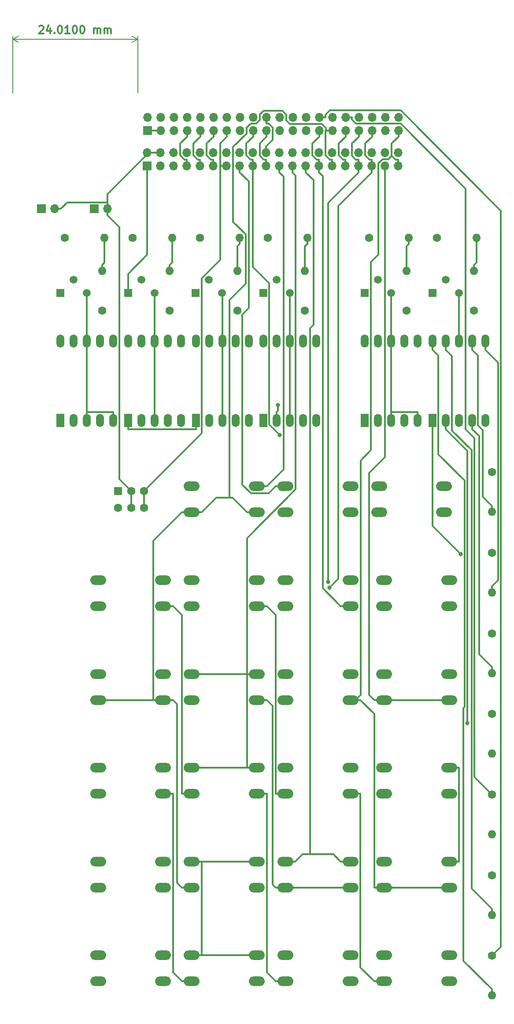
<source format=gbr>
%TF.GenerationSoftware,KiCad,Pcbnew,6.0.2+dfsg-1*%
%TF.CreationDate,2022-05-29T19:59:49-04:00*%
%TF.ProjectId,io-panel,696f2d70-616e-4656-9c2e-6b696361645f,B*%
%TF.SameCoordinates,Original*%
%TF.FileFunction,Copper,L1,Top*%
%TF.FilePolarity,Positive*%
%FSLAX46Y46*%
G04 Gerber Fmt 4.6, Leading zero omitted, Abs format (unit mm)*
G04 Created by KiCad (PCBNEW 6.0.2+dfsg-1) date 2022-05-29 19:59:49*
%MOMM*%
%LPD*%
G01*
G04 APERTURE LIST*
%ADD10C,0.300000*%
%TA.AperFunction,NonConductor*%
%ADD11C,0.300000*%
%TD*%
%TA.AperFunction,NonConductor*%
%ADD12C,0.200000*%
%TD*%
%TA.AperFunction,ComponentPad*%
%ADD13O,3.048000X1.850000*%
%TD*%
%TA.AperFunction,ComponentPad*%
%ADD14R,1.500000X1.500000*%
%TD*%
%TA.AperFunction,ComponentPad*%
%ADD15C,1.500000*%
%TD*%
%TA.AperFunction,ComponentPad*%
%ADD16C,1.600000*%
%TD*%
%TA.AperFunction,ComponentPad*%
%ADD17O,1.600000X1.600000*%
%TD*%
%TA.AperFunction,ComponentPad*%
%ADD18R,1.524000X2.524000*%
%TD*%
%TA.AperFunction,ComponentPad*%
%ADD19O,1.524000X2.524000*%
%TD*%
%TA.AperFunction,ComponentPad*%
%ADD20R,1.700000X1.700000*%
%TD*%
%TA.AperFunction,ComponentPad*%
%ADD21O,1.700000X1.700000*%
%TD*%
%TA.AperFunction,ComponentPad*%
%ADD22R,1.600000X1.600000*%
%TD*%
%TA.AperFunction,ViaPad*%
%ADD23C,0.800000*%
%TD*%
%TA.AperFunction,Conductor*%
%ADD24C,0.350000*%
%TD*%
G04 APERTURE END LIST*
D10*
D11*
X61062610Y-40719834D02*
X61133964Y-40648331D01*
X61276747Y-40576754D01*
X61633890Y-40576382D01*
X61776821Y-40647661D01*
X61848324Y-40719016D01*
X61919901Y-40861798D01*
X61920050Y-41004655D01*
X61848845Y-41219015D01*
X60992595Y-42077050D01*
X61921166Y-42076083D01*
X63205838Y-41074745D02*
X63206879Y-42074745D01*
X62848100Y-40503689D02*
X62492073Y-41575489D01*
X63420644Y-41574522D01*
X63992444Y-41931069D02*
X64063947Y-42002424D01*
X63992593Y-42073926D01*
X63921090Y-42002572D01*
X63992444Y-41931069D01*
X63992593Y-42073926D01*
X64991031Y-40572886D02*
X65133888Y-40572737D01*
X65276819Y-40644017D01*
X65348322Y-40715371D01*
X65419900Y-40858154D01*
X65491626Y-41143794D01*
X65491997Y-41500936D01*
X65420866Y-41786725D01*
X65349587Y-41929656D01*
X65278232Y-42001159D01*
X65135450Y-42072737D01*
X64992593Y-42072885D01*
X64849661Y-42001605D01*
X64778158Y-41930251D01*
X64706581Y-41787469D01*
X64634855Y-41501829D01*
X64634483Y-41144686D01*
X64705614Y-40858898D01*
X64776894Y-40715966D01*
X64848248Y-40644463D01*
X64991031Y-40572886D01*
X66921163Y-42070877D02*
X66064021Y-42071770D01*
X66492592Y-42071323D02*
X66491030Y-40571324D01*
X66348396Y-40785759D01*
X66205688Y-40928764D01*
X66062905Y-41000342D01*
X67848172Y-40569911D02*
X67991029Y-40569762D01*
X68133961Y-40641042D01*
X68205464Y-40712396D01*
X68277041Y-40855179D01*
X68348767Y-41140819D01*
X68349139Y-41497961D01*
X68278008Y-41783750D01*
X68206728Y-41926681D01*
X68135374Y-41998184D01*
X67992591Y-42069762D01*
X67849734Y-42069910D01*
X67706803Y-41998631D01*
X67635300Y-41927276D01*
X67563722Y-41784494D01*
X67491996Y-41498854D01*
X67491624Y-41141711D01*
X67562756Y-40855923D01*
X67634035Y-40712991D01*
X67705389Y-40641488D01*
X67848172Y-40569911D01*
X69276743Y-40568424D02*
X69419600Y-40568275D01*
X69562531Y-40639555D01*
X69634034Y-40710909D01*
X69705611Y-40853692D01*
X69777338Y-41139331D01*
X69777709Y-41496474D01*
X69706578Y-41782262D01*
X69635299Y-41925194D01*
X69563944Y-41996697D01*
X69421162Y-42068274D01*
X69278305Y-42068423D01*
X69135373Y-41997143D01*
X69063870Y-41925789D01*
X68992293Y-41783006D01*
X68920567Y-41497366D01*
X68920195Y-41140224D01*
X68991326Y-40854435D01*
X69062606Y-40711504D01*
X69133960Y-40640001D01*
X69276743Y-40568424D01*
X71564018Y-42066043D02*
X71562976Y-41066043D01*
X71563125Y-41208900D02*
X71634479Y-41137398D01*
X71777262Y-41065820D01*
X71991548Y-41065597D01*
X72134479Y-41136877D01*
X72206056Y-41279660D01*
X72206874Y-42065374D01*
X72206056Y-41279660D02*
X72277336Y-41136728D01*
X72420119Y-41065151D01*
X72634404Y-41064928D01*
X72777336Y-41136208D01*
X72848913Y-41278990D01*
X72849731Y-42064704D01*
X73564017Y-42063960D02*
X73562975Y-41063961D01*
X73563124Y-41206818D02*
X73634478Y-41135315D01*
X73777261Y-41063738D01*
X73991547Y-41063515D01*
X74134478Y-41134794D01*
X74206055Y-41277577D01*
X74206873Y-42063291D01*
X74206055Y-41277577D02*
X74277335Y-41134646D01*
X74420118Y-41063068D01*
X74634403Y-41062845D01*
X74777335Y-41134125D01*
X74848912Y-41276908D01*
X74849730Y-42062622D01*
D12*
X55999479Y-53500000D02*
X55988148Y-42617270D01*
X80009479Y-53475000D02*
X79998148Y-42592270D01*
X55988759Y-43203690D02*
X79998759Y-43178690D01*
X55988759Y-43203690D02*
X79998759Y-43178690D01*
X55988759Y-43203690D02*
X57115873Y-43788937D01*
X55988759Y-43203690D02*
X57114652Y-42616097D01*
X79998759Y-43178690D02*
X78871645Y-42593443D01*
X79998759Y-43178690D02*
X78872866Y-43766283D01*
D13*
%TO.P,SW13,1,1*%
%TO.N,KB_ROW_2*%
X90402500Y-147000000D03*
X102902500Y-147000000D03*
%TO.P,SW13,2,2*%
%TO.N,KB_COL_3*%
X102902500Y-152000000D03*
X90402500Y-152000000D03*
%TD*%
D14*
%TO.P,Q4,1,E*%
%TO.N,VCC*%
X104160000Y-91860000D03*
D15*
%TO.P,Q4,2,B*%
%TO.N,Net-(Q4-Pad2)*%
X106700000Y-89320000D03*
%TO.P,Q4,3,C*%
%TO.N,Net-(AFF4-Pad3)*%
X109240000Y-91860000D03*
%TD*%
D16*
%TO.P,R9,1*%
%TO.N,VCC*%
X73160000Y-95310000D03*
D17*
%TO.P,R9,2*%
%TO.N,Net-(Q1-Pad2)*%
X73160000Y-87690000D03*
%TD*%
D13*
%TO.P,SW8,1,1*%
%TO.N,KB_ROW_0*%
X120902500Y-219000000D03*
X108402500Y-219000000D03*
%TO.P,SW8,2,2*%
%TO.N,KB_COL_2*%
X120902500Y-224000000D03*
X108402500Y-224000000D03*
%TD*%
%TO.P,SW3,1,1*%
%TO.N,KB_ROW_2*%
X120902500Y-165000000D03*
X108402500Y-165000000D03*
%TO.P,SW3,2,2*%
%TO.N,KB_COL_0*%
X108402500Y-170000000D03*
X120902500Y-170000000D03*
%TD*%
%TO.P,SW7,1,1*%
%TO.N,ST_KEY*%
X108402500Y-129000000D03*
X120902500Y-129000000D03*
%TO.P,SW7,2,2*%
%TO.N,GND*%
X120902500Y-134000000D03*
X108402500Y-134000000D03*
%TD*%
%TO.P,SW4,1,1*%
%TO.N,KB_ROW_0*%
X102902500Y-219000000D03*
X90402500Y-219000000D03*
%TO.P,SW4,2,2*%
%TO.N,KB_COL_1*%
X102902500Y-224000000D03*
X90402500Y-224000000D03*
%TD*%
%TO.P,SW19,1,1*%
%TO.N,KB_ROW_1*%
X72402500Y-165000000D03*
X84902500Y-165000000D03*
%TO.P,SW19,2,2*%
%TO.N,KB_COL_5*%
X84902500Y-170000000D03*
X72402500Y-170000000D03*
%TD*%
D16*
%TO.P,R2,1*%
%TO.N,LED_SEG_1*%
X148082000Y-141763300D03*
D17*
%TO.P,R2,2*%
%TO.N,/S_B*%
X148082000Y-149383300D03*
%TD*%
D16*
%TO.P,R18,1*%
%TO.N,LED_DIG_9*%
X137490000Y-81280000D03*
D17*
%TO.P,R18,2*%
%TO.N,Net-(Q6-Pad2)*%
X145110000Y-81280000D03*
%TD*%
D16*
%TO.P,R16,1*%
%TO.N,LED_DIG_8*%
X124490000Y-81280000D03*
D17*
%TO.P,R16,2*%
%TO.N,Net-(Q5-Pad2)*%
X132110000Y-81280000D03*
%TD*%
D18*
%TO.P,AFF3,1,e*%
%TO.N,/S_E*%
X91170000Y-116396000D03*
D19*
%TO.P,AFF3,2,d*%
%TO.N,/S_D*%
X93710000Y-116396000D03*
%TO.P,AFF3,3,C.A.*%
%TO.N,Net-(AFF3-Pad3)*%
X96250000Y-116396000D03*
%TO.P,AFF3,4,c*%
%TO.N,/S_C*%
X98790000Y-116396000D03*
%TO.P,AFF3,5,DP*%
%TO.N,Net-(AFF3-Pad3)*%
X101330000Y-116396000D03*
%TO.P,AFF3,6,b*%
%TO.N,/S_B*%
X101330000Y-101156000D03*
%TO.P,AFF3,7,a*%
%TO.N,/S_A*%
X98790000Y-101156000D03*
%TO.P,AFF3,8,C.A.*%
%TO.N,Net-(AFF3-Pad3)*%
X96250000Y-101156000D03*
%TO.P,AFF3,9,f*%
%TO.N,/S_F*%
X93710000Y-101156000D03*
%TO.P,AFF3,10,g*%
%TO.N,/S_G*%
X91170000Y-101156000D03*
%TD*%
D16*
%TO.P,R4,1*%
%TO.N,LED_SEG_3*%
X148082000Y-172690000D03*
D17*
%TO.P,R4,2*%
%TO.N,/S_D*%
X148082000Y-180310000D03*
%TD*%
D16*
%TO.P,R10,1*%
%TO.N,LEG_DIG_5*%
X78990000Y-81280000D03*
D17*
%TO.P,R10,2*%
%TO.N,Net-(Q2-Pad2)*%
X86610000Y-81280000D03*
%TD*%
D14*
%TO.P,Q5,1,E*%
%TO.N,VCC*%
X123660000Y-91860000D03*
D15*
%TO.P,Q5,2,B*%
%TO.N,Net-(Q5-Pad2)*%
X126200000Y-89320000D03*
%TO.P,Q5,3,C*%
%TO.N,Net-(AFF5-Pad3)*%
X128740000Y-91860000D03*
%TD*%
D20*
%TO.P,J2,1,Pin_1*%
%TO.N,VCC*%
X81875000Y-60700000D03*
D21*
%TO.P,J2,2,Pin_2*%
%TO.N,GND*%
X81875000Y-58160000D03*
%TO.P,J2,3,Pin_3*%
%TO.N,VCC*%
X84415000Y-60700000D03*
%TO.P,J2,4,Pin_4*%
%TO.N,GND*%
X84415000Y-58160000D03*
%TO.P,J2,5,Pin_5*%
%TO.N,VCC*%
X86955000Y-60700000D03*
%TO.P,J2,6,Pin_6*%
%TO.N,GND*%
X86955000Y-58160000D03*
%TO.P,J2,7,Pin_7*%
%TO.N,SPARE1*%
X89495000Y-60700000D03*
%TO.P,J2,8,Pin_8*%
%TO.N,SPARE5*%
X89495000Y-58160000D03*
%TO.P,J2,9,Pin_9*%
%TO.N,SPARE2*%
X92035000Y-60700000D03*
%TO.P,J2,10,Pin_10*%
%TO.N,SPARE6*%
X92035000Y-58160000D03*
%TO.P,J2,11,Pin_11*%
%TO.N,SPARE3*%
X94575000Y-60700000D03*
%TO.P,J2,12,Pin_12*%
%TO.N,SPARE7*%
X94575000Y-58160000D03*
%TO.P,J2,13,Pin_13*%
%TO.N,SST_KEY*%
X97115000Y-60700000D03*
%TO.P,J2,14,Pin_14*%
%TO.N,EXP_RAM*%
X97115000Y-58160000D03*
%TO.P,J2,15,Pin_15*%
%TO.N,ST_KEY*%
X99655000Y-60700000D03*
%TO.P,J2,16,Pin_16*%
%TO.N,LED_DIG_4*%
X99655000Y-58160000D03*
%TO.P,J2,17,Pin_17*%
%TO.N,RS_KEY*%
X102195000Y-60700000D03*
%TO.P,J2,18,Pin_18*%
%TO.N,LEG_DIG_5*%
X102195000Y-58160000D03*
%TO.P,J2,19,Pin_19*%
%TO.N,ENABLE_TTY*%
X104735000Y-60700000D03*
%TO.P,J2,20,Pin_20*%
%TO.N,LED_DIG_6*%
X104735000Y-58160000D03*
%TO.P,J2,21,Pin_21*%
%TO.N,KB_ROW_2*%
X107275000Y-60700000D03*
%TO.P,J2,22,Pin_22*%
%TO.N,LED_DIG_7*%
X107275000Y-58160000D03*
%TO.P,J2,23,Pin_23*%
%TO.N,KB_ROW_1*%
X109815000Y-60700000D03*
%TO.P,J2,24,Pin_24*%
%TO.N,LED_DIG_8*%
X109815000Y-58160000D03*
%TO.P,J2,25,Pin_25*%
%TO.N,KB_ROW_0*%
X112355000Y-60700000D03*
%TO.P,J2,26,Pin_26*%
%TO.N,LED_DIG_9*%
X112355000Y-58160000D03*
%TO.P,J2,27,Pin_27*%
%TO.N,KB_COL_6*%
X114895000Y-60700000D03*
%TO.P,J2,28,Pin_28*%
%TO.N,LED_SEG_6*%
X114895000Y-58160000D03*
%TO.P,J2,29,Pin_29*%
%TO.N,KB_COL_5*%
X117435000Y-60700000D03*
%TO.P,J2,30,Pin_30*%
%TO.N,LED_SEG_5*%
X117435000Y-58160000D03*
%TO.P,J2,31,Pin_31*%
%TO.N,KB_COL_4*%
X119975000Y-60700000D03*
%TO.P,J2,32,Pin_32*%
%TO.N,LED_SEG_4*%
X119975000Y-58160000D03*
%TO.P,J2,33,Pin_33*%
%TO.N,KB_COL_3*%
X122515000Y-60700000D03*
%TO.P,J2,34,Pin_34*%
%TO.N,LED_SEG_3*%
X122515000Y-58160000D03*
%TO.P,J2,35,Pin_35*%
%TO.N,KB_COL_2*%
X125055000Y-60700000D03*
%TO.P,J2,36,Pin_36*%
%TO.N,LED_SEG_2*%
X125055000Y-58160000D03*
%TO.P,J2,37,Pin_37*%
%TO.N,KB_COL_1*%
X127595000Y-60700000D03*
%TO.P,J2,38,Pin_38*%
%TO.N,LED_SEG_1*%
X127595000Y-58160000D03*
%TO.P,J2,39,Pin_39*%
%TO.N,KB_COL_0*%
X130135000Y-60700000D03*
%TO.P,J2,40,Pin_40*%
%TO.N,LED_SEG_0*%
X130135000Y-58160000D03*
%TD*%
D13*
%TO.P,SW1,1,1*%
%TO.N,KB_ROW_0*%
X84902500Y-219000000D03*
X72402500Y-219000000D03*
%TO.P,SW1,2,2*%
%TO.N,KB_COL_0*%
X72402500Y-224000000D03*
X84902500Y-224000000D03*
%TD*%
D16*
%TO.P,R11,1*%
%TO.N,VCC*%
X86160000Y-95310000D03*
D17*
%TO.P,R11,2*%
%TO.N,Net-(Q2-Pad2)*%
X86160000Y-87690000D03*
%TD*%
D13*
%TO.P,SW25,1,1*%
%TO.N,KB_ROW_2*%
X120902500Y-147000000D03*
X108402500Y-147000000D03*
%TO.P,SW25,2,2*%
%TO.N,KB_COL_6*%
X120902500Y-152000000D03*
X108402500Y-152000000D03*
%TD*%
D20*
%TO.P,SW21,1,A*%
%TO.N,ENABLE_TTY*%
X61460000Y-75720000D03*
D21*
%TO.P,SW21,2,B*%
%TO.N,GND*%
X64000000Y-75720000D03*
%TD*%
D16*
%TO.P,R5,1*%
%TO.N,LED_SEG_4*%
X148082000Y-188153300D03*
D17*
%TO.P,R5,2*%
%TO.N,/S_E*%
X148082000Y-195773300D03*
%TD*%
D13*
%TO.P,SW23,1,1*%
%TO.N,KB_ROW_0*%
X120902500Y-201000000D03*
X108402500Y-201000000D03*
%TO.P,SW23,2,2*%
%TO.N,KB_COL_6*%
X120902500Y-206000000D03*
X108402500Y-206000000D03*
%TD*%
D14*
%TO.P,Q6,1,E*%
%TO.N,VCC*%
X136660000Y-91860000D03*
D15*
%TO.P,Q6,2,B*%
%TO.N,Net-(Q6-Pad2)*%
X139200000Y-89320000D03*
%TO.P,Q6,3,C*%
%TO.N,Net-(AFF6-Pad3)*%
X141740000Y-91860000D03*
%TD*%
D16*
%TO.P,R19,1*%
%TO.N,VCC*%
X144660000Y-95310000D03*
D17*
%TO.P,R19,2*%
%TO.N,Net-(Q6-Pad2)*%
X144660000Y-87690000D03*
%TD*%
D14*
%TO.P,Q2,1,E*%
%TO.N,VCC*%
X78160000Y-91860000D03*
D15*
%TO.P,Q2,2,B*%
%TO.N,Net-(Q2-Pad2)*%
X80700000Y-89320000D03*
%TO.P,Q2,3,C*%
%TO.N,Net-(AFF2-Pad3)*%
X83240000Y-91860000D03*
%TD*%
D13*
%TO.P,SW14,1,1*%
%TO.N,RS_KEY*%
X126402500Y-129000000D03*
X138902500Y-129000000D03*
%TO.P,SW14,2,2*%
%TO.N,GND*%
X138902500Y-134000000D03*
X126402500Y-134000000D03*
%TD*%
%TO.P,SW15,1,1*%
%TO.N,KB_ROW_0*%
X72402500Y-201000000D03*
X84902500Y-201000000D03*
%TO.P,SW15,2,2*%
%TO.N,KB_COL_4*%
X84902500Y-206000000D03*
X72402500Y-206000000D03*
%TD*%
D22*
%TO.P,SW201,1,A*%
%TO.N,unconnected-(SW201-Pad1)*%
X76235000Y-129900000D03*
D16*
%TO.P,SW201,2,B*%
%TO.N,GND*%
X78735000Y-129900000D03*
%TO.P,SW201,3,C*%
%TO.N,SST_KEY*%
X81235000Y-129900000D03*
%TO.P,SW201,4,A*%
%TO.N,unconnected-(SW201-Pad4)*%
X76235000Y-133100000D03*
%TO.P,SW201,5,B*%
%TO.N,GND*%
X78735000Y-133100000D03*
%TO.P,SW201,6,C*%
%TO.N,SST_KEY*%
X81235000Y-133100000D03*
%TD*%
D14*
%TO.P,Q3,1,E*%
%TO.N,VCC*%
X91160000Y-91860000D03*
D15*
%TO.P,Q3,2,B*%
%TO.N,Net-(Q3-Pad2)*%
X93700000Y-89320000D03*
%TO.P,Q3,3,C*%
%TO.N,Net-(AFF3-Pad3)*%
X96240000Y-91860000D03*
%TD*%
D20*
%TO.P,SW22,1,A*%
%TO.N,EXP_RAM*%
X71625000Y-75725000D03*
D21*
%TO.P,SW22,2,B*%
%TO.N,GND*%
X74165000Y-75725000D03*
%TD*%
D13*
%TO.P,SW12,1,1*%
%TO.N,KB_ROW_1*%
X120902500Y-183000000D03*
X108402500Y-183000000D03*
%TO.P,SW12,2,2*%
%TO.N,KB_COL_3*%
X108402500Y-188000000D03*
X120902500Y-188000000D03*
%TD*%
D18*
%TO.P,AFF5,1,e*%
%TO.N,/S_E*%
X123670000Y-116396000D03*
D19*
%TO.P,AFF5,2,d*%
%TO.N,/S_D*%
X126210000Y-116396000D03*
%TO.P,AFF5,3,C.A.*%
%TO.N,Net-(AFF5-Pad3)*%
X128750000Y-116396000D03*
%TO.P,AFF5,4,c*%
%TO.N,/S_C*%
X131290000Y-116396000D03*
%TO.P,AFF5,5,DP*%
%TO.N,Net-(AFF5-Pad3)*%
X133830000Y-116396000D03*
%TO.P,AFF5,6,b*%
%TO.N,/S_B*%
X133830000Y-101156000D03*
%TO.P,AFF5,7,a*%
%TO.N,/S_A*%
X131290000Y-101156000D03*
%TO.P,AFF5,8,C.A.*%
%TO.N,Net-(AFF5-Pad3)*%
X128750000Y-101156000D03*
%TO.P,AFF5,9,f*%
%TO.N,/S_F*%
X126210000Y-101156000D03*
%TO.P,AFF5,10,g*%
%TO.N,/S_G*%
X123670000Y-101156000D03*
%TD*%
D18*
%TO.P,AFF1,1,e*%
%TO.N,/S_E*%
X65170000Y-116396000D03*
D19*
%TO.P,AFF1,2,d*%
%TO.N,/S_D*%
X67710000Y-116396000D03*
%TO.P,AFF1,3,C.A.*%
%TO.N,Net-(AFF1-Pad3)*%
X70250000Y-116396000D03*
%TO.P,AFF1,4,c*%
%TO.N,/S_C*%
X72790000Y-116396000D03*
%TO.P,AFF1,5,DP*%
%TO.N,Net-(AFF1-Pad3)*%
X75330000Y-116396000D03*
%TO.P,AFF1,6,b*%
%TO.N,/S_B*%
X75330000Y-101156000D03*
%TO.P,AFF1,7,a*%
%TO.N,/S_A*%
X72790000Y-101156000D03*
%TO.P,AFF1,8,C.A.*%
%TO.N,Net-(AFF1-Pad3)*%
X70250000Y-101156000D03*
%TO.P,AFF1,9,f*%
%TO.N,/S_F*%
X67710000Y-101156000D03*
%TO.P,AFF1,10,g*%
%TO.N,/S_G*%
X65170000Y-101156000D03*
%TD*%
D13*
%TO.P,SW20,1,1*%
%TO.N,KB_ROW_2*%
X90402500Y-129000000D03*
X102902500Y-129000000D03*
%TO.P,SW20,2,2*%
%TO.N,KB_COL_5*%
X90402500Y-134000000D03*
X102902500Y-134000000D03*
%TD*%
D16*
%TO.P,R3,1*%
%TO.N,LED_SEG_2*%
X148082000Y-157226700D03*
D17*
%TO.P,R3,2*%
%TO.N,/S_C*%
X148082000Y-164846700D03*
%TD*%
D13*
%TO.P,SW24,1,1*%
%TO.N,KB_ROW_1*%
X102902500Y-165000000D03*
X90402500Y-165000000D03*
%TO.P,SW24,2,2*%
%TO.N,KB_COL_6*%
X102902500Y-170000000D03*
X90402500Y-170000000D03*
%TD*%
%TO.P,SW11,1,1*%
%TO.N,KB_ROW_0*%
X127397500Y-219000000D03*
X139897500Y-219000000D03*
%TO.P,SW11,2,2*%
%TO.N,KB_COL_3*%
X127397500Y-224000000D03*
X139897500Y-224000000D03*
%TD*%
D16*
%TO.P,R13,1*%
%TO.N,VCC*%
X99160000Y-95310000D03*
D17*
%TO.P,R13,2*%
%TO.N,Net-(Q3-Pad2)*%
X99160000Y-87690000D03*
%TD*%
D16*
%TO.P,R6,1*%
%TO.N,LED_SEG_5*%
X148082000Y-203616700D03*
D17*
%TO.P,R6,2*%
%TO.N,/S_F*%
X148082000Y-211236700D03*
%TD*%
D16*
%TO.P,R12,1*%
%TO.N,LED_DIG_6*%
X91990000Y-81280000D03*
D17*
%TO.P,R12,2*%
%TO.N,Net-(Q3-Pad2)*%
X99610000Y-81280000D03*
%TD*%
D16*
%TO.P,R8,1*%
%TO.N,LED_DIG_4*%
X65990000Y-81280000D03*
D17*
%TO.P,R8,2*%
%TO.N,Net-(Q1-Pad2)*%
X73610000Y-81280000D03*
%TD*%
D13*
%TO.P,SW6,1,1*%
%TO.N,KB_ROW_2*%
X127397500Y-165000000D03*
X139897500Y-165000000D03*
%TO.P,SW6,2,2*%
%TO.N,KB_COL_1*%
X139897500Y-170000000D03*
X127397500Y-170000000D03*
%TD*%
%TO.P,SW5,1,1*%
%TO.N,KB_ROW_1*%
X84902500Y-183000000D03*
X72402500Y-183000000D03*
%TO.P,SW5,2,2*%
%TO.N,KB_COL_1*%
X84902500Y-188000000D03*
X72402500Y-188000000D03*
%TD*%
%TO.P,SW16,1,1*%
%TO.N,KB_ROW_1*%
X127397500Y-183000000D03*
X139897500Y-183000000D03*
%TO.P,SW16,2,2*%
%TO.N,KB_COL_4*%
X139897500Y-188000000D03*
X127397500Y-188000000D03*
%TD*%
D20*
%TO.P,J1,1,Pin_1*%
%TO.N,VCC*%
X81855000Y-67530000D03*
D21*
%TO.P,J1,2,Pin_2*%
%TO.N,GND*%
X81855000Y-64990000D03*
%TO.P,J1,3,Pin_3*%
%TO.N,VCC*%
X84395000Y-67530000D03*
%TO.P,J1,4,Pin_4*%
%TO.N,GND*%
X84395000Y-64990000D03*
%TO.P,J1,5,Pin_5*%
%TO.N,VCC*%
X86935000Y-67530000D03*
%TO.P,J1,6,Pin_6*%
%TO.N,GND*%
X86935000Y-64990000D03*
%TO.P,J1,7,Pin_7*%
%TO.N,SPARE1*%
X89475000Y-67530000D03*
%TO.P,J1,8,Pin_8*%
%TO.N,SPARE5*%
X89475000Y-64990000D03*
%TO.P,J1,9,Pin_9*%
%TO.N,SPARE2*%
X92015000Y-67530000D03*
%TO.P,J1,10,Pin_10*%
%TO.N,SPARE6*%
X92015000Y-64990000D03*
%TO.P,J1,11,Pin_11*%
%TO.N,SPARE3*%
X94555000Y-67530000D03*
%TO.P,J1,12,Pin_12*%
%TO.N,SPARE7*%
X94555000Y-64990000D03*
%TO.P,J1,13,Pin_13*%
%TO.N,SST_KEY*%
X97095000Y-67530000D03*
%TO.P,J1,14,Pin_14*%
%TO.N,EXP_RAM*%
X97095000Y-64990000D03*
%TO.P,J1,15,Pin_15*%
%TO.N,ST_KEY*%
X99635000Y-67530000D03*
%TO.P,J1,16,Pin_16*%
%TO.N,LED_DIG_4*%
X99635000Y-64990000D03*
%TO.P,J1,17,Pin_17*%
%TO.N,RS_KEY*%
X102175000Y-67530000D03*
%TO.P,J1,18,Pin_18*%
%TO.N,LEG_DIG_5*%
X102175000Y-64990000D03*
%TO.P,J1,19,Pin_19*%
%TO.N,ENABLE_TTY*%
X104715000Y-67530000D03*
%TO.P,J1,20,Pin_20*%
%TO.N,LED_DIG_6*%
X104715000Y-64990000D03*
%TO.P,J1,21,Pin_21*%
%TO.N,KB_ROW_2*%
X107255000Y-67530000D03*
%TO.P,J1,22,Pin_22*%
%TO.N,LED_DIG_7*%
X107255000Y-64990000D03*
%TO.P,J1,23,Pin_23*%
%TO.N,KB_ROW_1*%
X109795000Y-67530000D03*
%TO.P,J1,24,Pin_24*%
%TO.N,LED_DIG_8*%
X109795000Y-64990000D03*
%TO.P,J1,25,Pin_25*%
%TO.N,KB_ROW_0*%
X112335000Y-67530000D03*
%TO.P,J1,26,Pin_26*%
%TO.N,LED_DIG_9*%
X112335000Y-64990000D03*
%TO.P,J1,27,Pin_27*%
%TO.N,KB_COL_6*%
X114875000Y-67530000D03*
%TO.P,J1,28,Pin_28*%
%TO.N,LED_SEG_6*%
X114875000Y-64990000D03*
%TO.P,J1,29,Pin_29*%
%TO.N,KB_COL_5*%
X117415000Y-67530000D03*
%TO.P,J1,30,Pin_30*%
%TO.N,LED_SEG_5*%
X117415000Y-64990000D03*
%TO.P,J1,31,Pin_31*%
%TO.N,KB_COL_4*%
X119955000Y-67530000D03*
%TO.P,J1,32,Pin_32*%
%TO.N,LED_SEG_4*%
X119955000Y-64990000D03*
%TO.P,J1,33,Pin_33*%
%TO.N,KB_COL_3*%
X122495000Y-67530000D03*
%TO.P,J1,34,Pin_34*%
%TO.N,LED_SEG_3*%
X122495000Y-64990000D03*
%TO.P,J1,35,Pin_35*%
%TO.N,KB_COL_2*%
X125035000Y-67530000D03*
%TO.P,J1,36,Pin_36*%
%TO.N,LED_SEG_2*%
X125035000Y-64990000D03*
%TO.P,J1,37,Pin_37*%
%TO.N,KB_COL_1*%
X127575000Y-67530000D03*
%TO.P,J1,38,Pin_38*%
%TO.N,LED_SEG_1*%
X127575000Y-64990000D03*
%TO.P,J1,39,Pin_39*%
%TO.N,KB_COL_0*%
X130115000Y-67530000D03*
%TO.P,J1,40,Pin_40*%
%TO.N,LED_SEG_0*%
X130115000Y-64990000D03*
%TD*%
D14*
%TO.P,Q1,1,E*%
%TO.N,VCC*%
X65160000Y-91860000D03*
D15*
%TO.P,Q1,2,B*%
%TO.N,Net-(Q1-Pad2)*%
X67700000Y-89320000D03*
%TO.P,Q1,3,C*%
%TO.N,Net-(AFF1-Pad3)*%
X70240000Y-91860000D03*
%TD*%
D13*
%TO.P,SW18,1,1*%
%TO.N,KB_ROW_0*%
X90402500Y-201000000D03*
X102902500Y-201000000D03*
%TO.P,SW18,2,2*%
%TO.N,KB_COL_5*%
X102902500Y-206000000D03*
X90402500Y-206000000D03*
%TD*%
D16*
%TO.P,R7,1*%
%TO.N,LED_SEG_6*%
X148082000Y-219080000D03*
D17*
%TO.P,R7,2*%
%TO.N,/S_G*%
X148082000Y-226700000D03*
%TD*%
D18*
%TO.P,AFF2,1,e*%
%TO.N,/S_E*%
X78170000Y-116396000D03*
D19*
%TO.P,AFF2,2,d*%
%TO.N,/S_D*%
X80710000Y-116396000D03*
%TO.P,AFF2,3,C.A.*%
%TO.N,Net-(AFF2-Pad3)*%
X83250000Y-116396000D03*
%TO.P,AFF2,4,c*%
%TO.N,/S_C*%
X85790000Y-116396000D03*
%TO.P,AFF2,5,DP*%
%TO.N,Net-(AFF2-Pad3)*%
X88330000Y-116396000D03*
%TO.P,AFF2,6,b*%
%TO.N,/S_B*%
X88330000Y-101156000D03*
%TO.P,AFF2,7,a*%
%TO.N,/S_A*%
X85790000Y-101156000D03*
%TO.P,AFF2,8,C.A.*%
%TO.N,Net-(AFF2-Pad3)*%
X83250000Y-101156000D03*
%TO.P,AFF2,9,f*%
%TO.N,/S_F*%
X80710000Y-101156000D03*
%TO.P,AFF2,10,g*%
%TO.N,/S_G*%
X78170000Y-101156000D03*
%TD*%
D16*
%TO.P,R17,1*%
%TO.N,VCC*%
X131660000Y-95310000D03*
D17*
%TO.P,R17,2*%
%TO.N,Net-(Q5-Pad2)*%
X131660000Y-87690000D03*
%TD*%
D13*
%TO.P,SW17,1,1*%
%TO.N,KB_ROW_2*%
X139897500Y-147000000D03*
X127397500Y-147000000D03*
%TO.P,SW17,2,2*%
%TO.N,KB_COL_4*%
X127397500Y-152000000D03*
X139897500Y-152000000D03*
%TD*%
%TO.P,SW10,1,1*%
%TO.N,KB_ROW_2*%
X72402500Y-147000000D03*
X84902500Y-147000000D03*
%TO.P,SW10,2,2*%
%TO.N,KB_COL_2*%
X72402500Y-152000000D03*
X84902500Y-152000000D03*
%TD*%
D16*
%TO.P,R1,1*%
%TO.N,LED_SEG_0*%
X148082000Y-126300000D03*
D17*
%TO.P,R1,2*%
%TO.N,/S_A*%
X148082000Y-133920000D03*
%TD*%
D13*
%TO.P,SW9,1,1*%
%TO.N,KB_ROW_1*%
X102902500Y-183000000D03*
X90402500Y-183000000D03*
%TO.P,SW9,2,2*%
%TO.N,KB_COL_2*%
X102902500Y-188000000D03*
X90402500Y-188000000D03*
%TD*%
D18*
%TO.P,AFF4,1,e*%
%TO.N,/S_E*%
X104170000Y-116396000D03*
D19*
%TO.P,AFF4,2,d*%
%TO.N,/S_D*%
X106710000Y-116396000D03*
%TO.P,AFF4,3,C.A.*%
%TO.N,Net-(AFF4-Pad3)*%
X109250000Y-116396000D03*
%TO.P,AFF4,4,c*%
%TO.N,/S_C*%
X111790000Y-116396000D03*
%TO.P,AFF4,5,DP*%
%TO.N,Net-(AFF4-Pad3)*%
X114330000Y-116396000D03*
%TO.P,AFF4,6,b*%
%TO.N,/S_B*%
X114330000Y-101156000D03*
%TO.P,AFF4,7,a*%
%TO.N,/S_A*%
X111790000Y-101156000D03*
%TO.P,AFF4,8,C.A.*%
%TO.N,Net-(AFF4-Pad3)*%
X109250000Y-101156000D03*
%TO.P,AFF4,9,f*%
%TO.N,/S_F*%
X106710000Y-101156000D03*
%TO.P,AFF4,10,g*%
%TO.N,/S_G*%
X104170000Y-101156000D03*
%TD*%
D16*
%TO.P,R15,1*%
%TO.N,VCC*%
X112160000Y-95310000D03*
D17*
%TO.P,R15,2*%
%TO.N,Net-(Q4-Pad2)*%
X112160000Y-87690000D03*
%TD*%
D16*
%TO.P,R14,1*%
%TO.N,LED_DIG_7*%
X104990000Y-81280000D03*
D17*
%TO.P,R14,2*%
%TO.N,Net-(Q4-Pad2)*%
X112610000Y-81280000D03*
%TD*%
D13*
%TO.P,SW2,1,1*%
%TO.N,KB_ROW_1*%
X139897500Y-201000000D03*
X127397500Y-201000000D03*
%TO.P,SW2,2,2*%
%TO.N,KB_COL_0*%
X127397500Y-206000000D03*
X139897500Y-206000000D03*
%TD*%
D18*
%TO.P,AFF6,1,e*%
%TO.N,/S_E*%
X136670000Y-116396000D03*
D19*
%TO.P,AFF6,2,d*%
%TO.N,/S_D*%
X139210000Y-116396000D03*
%TO.P,AFF6,3,C.A.*%
%TO.N,Net-(AFF6-Pad3)*%
X141750000Y-116396000D03*
%TO.P,AFF6,4,c*%
%TO.N,/S_C*%
X144290000Y-116396000D03*
%TO.P,AFF6,5,DP*%
%TO.N,Net-(AFF6-Pad3)*%
X146830000Y-116396000D03*
%TO.P,AFF6,6,b*%
%TO.N,/S_B*%
X146830000Y-101156000D03*
%TO.P,AFF6,7,a*%
%TO.N,/S_A*%
X144290000Y-101156000D03*
%TO.P,AFF6,8,C.A.*%
%TO.N,Net-(AFF6-Pad3)*%
X141750000Y-101156000D03*
%TO.P,AFF6,9,f*%
%TO.N,/S_F*%
X139210000Y-101156000D03*
%TO.P,AFF6,10,g*%
%TO.N,/S_G*%
X136670000Y-101156000D03*
%TD*%
D23*
%TO.N,RS_KEY*%
X107267800Y-119108300D03*
%TO.N,KB_COL_3*%
X116641100Y-147322700D03*
%TO.N,KB_COL_2*%
X116874500Y-148426500D03*
%TO.N,/S_D*%
X143408000Y-174460700D03*
X106936000Y-113414200D03*
%TO.N,/S_E*%
X142082400Y-142041100D03*
%TD*%
D24*
%TO.N,GND*%
X78735000Y-133100000D02*
X78735000Y-129900000D01*
X76467400Y-127632400D02*
X78735000Y-129900000D01*
X76467400Y-79252700D02*
X76467400Y-127632400D01*
X74165000Y-76950300D02*
X76467400Y-79252700D01*
X74165000Y-75725000D02*
X74165000Y-76950300D01*
X84395000Y-64990000D02*
X83052600Y-64990000D01*
X83052600Y-64990000D02*
X81855000Y-64990000D01*
X64000000Y-75720000D02*
X65225300Y-75720000D01*
X66448100Y-74497200D02*
X65225300Y-75720000D01*
X74165000Y-74497200D02*
X66448100Y-74497200D01*
X74165000Y-72938500D02*
X74165000Y-74497200D01*
X82113500Y-64990000D02*
X74165000Y-72938500D01*
X83052600Y-64990000D02*
X82113500Y-64990000D01*
X74165000Y-74497200D02*
X74165000Y-75725000D01*
%TO.N,SST_KEY*%
X81235000Y-129900000D02*
X81235000Y-133100000D01*
X97115000Y-60700000D02*
X97115000Y-61925300D01*
X97095000Y-67530000D02*
X95869700Y-67530000D01*
X95869700Y-85558900D02*
X95869700Y-67530000D01*
X92307400Y-89121200D02*
X95869700Y-85558900D01*
X92307400Y-118827600D02*
X92307400Y-89121200D01*
X81235000Y-129900000D02*
X92307400Y-118827600D01*
X95869700Y-63170600D02*
X97115000Y-61925300D01*
X95869700Y-67530000D02*
X95869700Y-63170600D01*
%TO.N,SPARE3*%
X93285000Y-63215300D02*
X94575000Y-61925300D01*
X93285000Y-65494200D02*
X93285000Y-63215300D01*
X94095500Y-66304700D02*
X93285000Y-65494200D01*
X94555000Y-66304700D02*
X94095500Y-66304700D01*
X94555000Y-67530000D02*
X94555000Y-66304700D01*
X94575000Y-60700000D02*
X94575000Y-61925300D01*
%TO.N,Net-(AFF6-Pad3)*%
X141740000Y-99508700D02*
X141740000Y-91860000D01*
X141750000Y-99518700D02*
X141740000Y-99508700D01*
X141750000Y-101156000D02*
X141750000Y-99518700D01*
%TO.N,Net-(Q6-Pad2)*%
X145110000Y-86064700D02*
X145110000Y-81280000D01*
X144660000Y-86514700D02*
X145110000Y-86064700D01*
X144660000Y-87690000D02*
X144660000Y-86514700D01*
%TO.N,Net-(Q5-Pad2)*%
X131660000Y-82905300D02*
X132110000Y-82455300D01*
X131660000Y-87690000D02*
X131660000Y-82905300D01*
X132110000Y-81280000D02*
X132110000Y-82455300D01*
%TO.N,Net-(Q4-Pad2)*%
X112160000Y-82905300D02*
X112160000Y-87690000D01*
X112610000Y-82455300D02*
X112160000Y-82905300D01*
X112610000Y-81280000D02*
X112610000Y-82455300D01*
%TO.N,Net-(Q3-Pad2)*%
X99160000Y-82905300D02*
X99160000Y-87690000D01*
X99610000Y-82455300D02*
X99160000Y-82905300D01*
X99610000Y-81280000D02*
X99610000Y-82455300D01*
%TO.N,Net-(Q2-Pad2)*%
X86610000Y-86064700D02*
X86610000Y-81280000D01*
X86160000Y-86514700D02*
X86610000Y-86064700D01*
X86160000Y-87690000D02*
X86160000Y-86514700D01*
%TO.N,Net-(Q1-Pad2)*%
X73610000Y-86064700D02*
X73610000Y-81280000D01*
X73160000Y-86514700D02*
X73610000Y-86064700D01*
X73160000Y-87690000D02*
X73160000Y-86514700D01*
%TO.N,VCC*%
X84415000Y-60700000D02*
X81875000Y-60700000D01*
X78160000Y-88254600D02*
X78160000Y-91860000D01*
X81855000Y-84559600D02*
X78160000Y-88254600D01*
X81855000Y-68755300D02*
X81855000Y-84559600D01*
X81855000Y-67530000D02*
X81855000Y-68755300D01*
%TO.N,Net-(AFF5-Pad3)*%
X128740000Y-99508700D02*
X128740000Y-91860000D01*
X128750000Y-99518700D02*
X128740000Y-99508700D01*
X128750000Y-101156000D02*
X128750000Y-99518700D01*
X133830000Y-116396000D02*
X133830000Y-114758700D01*
X128750000Y-114758700D02*
X133830000Y-114758700D01*
X128750000Y-116396000D02*
X128750000Y-114758700D01*
X128750000Y-114758700D02*
X128750000Y-101156000D01*
%TO.N,Net-(AFF4-Pad3)*%
X109240000Y-99508700D02*
X109240000Y-91860000D01*
X109250000Y-99518700D02*
X109240000Y-99508700D01*
X109250000Y-101156000D02*
X109250000Y-99518700D01*
X109250000Y-116396000D02*
X109250000Y-101156000D01*
%TO.N,Net-(AFF3-Pad3)*%
X96250000Y-91870000D02*
X96250000Y-101156000D01*
X96240000Y-91860000D02*
X96250000Y-91870000D01*
X96250000Y-101156000D02*
X96250000Y-116396000D01*
%TO.N,Net-(AFF2-Pad3)*%
X83240000Y-99508700D02*
X83240000Y-91860000D01*
X83250000Y-99518700D02*
X83240000Y-99508700D01*
X83250000Y-101156000D02*
X83250000Y-99518700D01*
X83250000Y-116396000D02*
X83250000Y-101156000D01*
%TO.N,Net-(AFF1-Pad3)*%
X70250000Y-91870000D02*
X70250000Y-101156000D01*
X70240000Y-91860000D02*
X70250000Y-91870000D01*
X75330000Y-116396000D02*
X75330000Y-114758700D01*
X70250000Y-114758700D02*
X75330000Y-114758700D01*
X70250000Y-101156000D02*
X70250000Y-114758700D01*
X70250000Y-114758700D02*
X70250000Y-116396000D01*
%TO.N,LED_DIG_6*%
X105977400Y-62502300D02*
X104715000Y-63764700D01*
X105977400Y-60168200D02*
X105977400Y-62502300D01*
X105194500Y-59385300D02*
X105977400Y-60168200D01*
X104735000Y-59385300D02*
X105194500Y-59385300D01*
X104735000Y-58160000D02*
X104735000Y-59385300D01*
X104715000Y-64990000D02*
X104715000Y-63764700D01*
%TO.N,RS_KEY*%
X102195000Y-60700000D02*
X102195000Y-61925300D01*
X100905000Y-63215300D02*
X102195000Y-61925300D01*
X100905000Y-65494200D02*
X100905000Y-63215300D01*
X101715500Y-66304700D02*
X100905000Y-65494200D01*
X102175000Y-66304700D02*
X101715500Y-66304700D01*
X102175000Y-67530000D02*
X102175000Y-66304700D01*
X102175000Y-86852200D02*
X102175000Y-67530000D01*
X105307400Y-89984600D02*
X102175000Y-86852200D01*
X105307400Y-117147900D02*
X105307400Y-89984600D01*
X107267800Y-119108300D02*
X105307400Y-117147900D01*
%TO.N,ST_KEY*%
X99635000Y-67530000D02*
X99635000Y-68755300D01*
X108402500Y-129000000D02*
X106503200Y-129000000D01*
X101339400Y-70459700D02*
X99635000Y-68755300D01*
X101339400Y-94792900D02*
X101339400Y-70459700D01*
X100136500Y-95995800D02*
X101339400Y-94792900D01*
X100136500Y-128704500D02*
X100136500Y-95995800D01*
X101761500Y-130329500D02*
X100136500Y-128704500D01*
X105173700Y-130329500D02*
X101761500Y-130329500D01*
X106503200Y-129000000D02*
X105173700Y-130329500D01*
%TO.N,KB_COL_6*%
X113605000Y-63215300D02*
X114895000Y-61925300D01*
X113605000Y-65494200D02*
X113605000Y-63215300D01*
X114415500Y-66304700D02*
X113605000Y-65494200D01*
X114875000Y-66304700D02*
X114415500Y-66304700D01*
X114895000Y-60700000D02*
X114895000Y-61925300D01*
X114875000Y-66917300D02*
X114875000Y-66304700D01*
X102902500Y-170000000D02*
X104801800Y-170000000D01*
X120902500Y-206000000D02*
X119003200Y-206000000D01*
X105902500Y-205399300D02*
X106503200Y-206000000D01*
X105902500Y-171100700D02*
X105902500Y-205399300D01*
X104801800Y-170000000D02*
X105902500Y-171100700D01*
X108402500Y-206000000D02*
X119003200Y-206000000D01*
X108402500Y-206000000D02*
X106503200Y-206000000D01*
X114875000Y-66917300D02*
X114875000Y-67530000D01*
X115554800Y-148551600D02*
X119003200Y-152000000D01*
X115554800Y-69435100D02*
X115554800Y-148551600D01*
X114875000Y-68755300D02*
X115554800Y-69435100D01*
X114875000Y-67530000D02*
X114875000Y-68755300D01*
X120902500Y-152000000D02*
X119003200Y-152000000D01*
%TO.N,KB_COL_5*%
X91352200Y-134000000D02*
X92301800Y-134000000D01*
X102902500Y-134000000D02*
X101003200Y-134000000D01*
X90402500Y-134000000D02*
X91352200Y-134000000D01*
X117435000Y-60700000D02*
X116209700Y-60700000D01*
X116209700Y-60192200D02*
X116209700Y-60700000D01*
X115447500Y-59430000D02*
X116209700Y-60192200D01*
X109248600Y-59430000D02*
X115447500Y-59430000D01*
X108589600Y-58771000D02*
X109248600Y-59430000D01*
X108589600Y-57672600D02*
X108589600Y-58771000D01*
X107796500Y-56879500D02*
X108589600Y-57672600D01*
X104209600Y-56879500D02*
X107796500Y-56879500D01*
X103465000Y-57624100D02*
X104209600Y-56879500D01*
X103465000Y-58712100D02*
X103465000Y-57624100D01*
X102791700Y-59385400D02*
X103465000Y-58712100D01*
X101761400Y-59385400D02*
X102791700Y-59385400D01*
X100969600Y-60177200D02*
X101761400Y-59385400D01*
X100969600Y-61285600D02*
X100969600Y-60177200D01*
X98365000Y-63890200D02*
X100969600Y-61285600D01*
X98365000Y-78230900D02*
X98365000Y-63890200D01*
X100789100Y-80655000D02*
X98365000Y-78230900D01*
X100789100Y-90073800D02*
X100789100Y-80655000D01*
X97606000Y-93256900D02*
X100789100Y-90073800D01*
X97606000Y-131204500D02*
X97606000Y-93256900D01*
X98207700Y-131204500D02*
X97606000Y-131204500D01*
X101003200Y-134000000D02*
X98207700Y-131204500D01*
X95097300Y-131204500D02*
X92301800Y-134000000D01*
X97606000Y-131204500D02*
X95097300Y-131204500D01*
X116145000Y-60764700D02*
X116209700Y-60700000D01*
X116145000Y-65494200D02*
X116145000Y-60764700D01*
X116955500Y-66304700D02*
X116145000Y-65494200D01*
X117415000Y-66304700D02*
X116955500Y-66304700D01*
X117415000Y-67530000D02*
X117415000Y-66304700D01*
X83003200Y-139500000D02*
X88503200Y-134000000D01*
X83003200Y-170000000D02*
X83003200Y-139500000D01*
X90402500Y-134000000D02*
X88503200Y-134000000D01*
X87572000Y-170770200D02*
X86801800Y-170000000D01*
X87572000Y-205068800D02*
X87572000Y-170770200D01*
X88503200Y-206000000D02*
X87572000Y-205068800D01*
X90402500Y-206000000D02*
X88503200Y-206000000D01*
X84902500Y-170000000D02*
X86801800Y-170000000D01*
X84902500Y-170000000D02*
X83952900Y-170000000D01*
X83952900Y-170000000D02*
X83003200Y-170000000D01*
X83003200Y-170000000D02*
X72402500Y-170000000D01*
%TO.N,KB_COL_4*%
X118685000Y-63215300D02*
X119975000Y-61925300D01*
X118685000Y-65494200D02*
X118685000Y-63215300D01*
X119495500Y-66304700D02*
X118685000Y-65494200D01*
X119955000Y-66304700D02*
X119495500Y-66304700D01*
X119955000Y-67530000D02*
X119955000Y-66304700D01*
X119975000Y-60700000D02*
X119975000Y-61925300D01*
%TO.N,KB_COL_3*%
X122515000Y-60700000D02*
X122515000Y-61925300D01*
X127397500Y-224000000D02*
X125498200Y-224000000D01*
X120902500Y-188000000D02*
X122801800Y-188000000D01*
X106503200Y-153701400D02*
X104801800Y-152000000D01*
X106503200Y-188000000D02*
X106503200Y-153701400D01*
X108402500Y-188000000D02*
X106503200Y-188000000D01*
X102902500Y-152000000D02*
X104801800Y-152000000D01*
X122801800Y-221303600D02*
X125498200Y-224000000D01*
X122801800Y-188000000D02*
X122801800Y-221303600D01*
X121987200Y-66304700D02*
X122495000Y-66304700D01*
X121225000Y-65542500D02*
X121987200Y-66304700D01*
X121225000Y-63215300D02*
X121225000Y-65542500D01*
X122515000Y-61925300D02*
X121225000Y-63215300D01*
X122495000Y-66931800D02*
X122495000Y-66304700D01*
X122495000Y-66931800D02*
X122495000Y-67530000D01*
X122495000Y-67530000D02*
X122495000Y-68755300D01*
X116641100Y-74609200D02*
X116641100Y-147322700D01*
X122495000Y-68755300D02*
X116641100Y-74609200D01*
%TO.N,KB_COL_2*%
X102902500Y-188000000D02*
X104801800Y-188000000D01*
X108402500Y-224000000D02*
X106503200Y-224000000D01*
X125035000Y-67530000D02*
X125035000Y-66304700D01*
X125055000Y-60700000D02*
X125055000Y-61925300D01*
X104801800Y-222298600D02*
X104801800Y-188000000D01*
X106503200Y-224000000D02*
X104801800Y-222298600D01*
X123765000Y-63215300D02*
X125055000Y-61925300D01*
X123765000Y-65494200D02*
X123765000Y-63215300D01*
X124575500Y-66304700D02*
X123765000Y-65494200D01*
X125035000Y-66304700D02*
X124575500Y-66304700D01*
X88503200Y-153701400D02*
X86801800Y-152000000D01*
X88503200Y-188000000D02*
X88503200Y-153701400D01*
X90402500Y-188000000D02*
X88503200Y-188000000D01*
X84902500Y-152000000D02*
X86801800Y-152000000D01*
X118557900Y-75232400D02*
X125035000Y-68755300D01*
X118557900Y-146743100D02*
X118557900Y-75232400D01*
X116874500Y-148426500D02*
X118557900Y-146743100D01*
X125035000Y-67530000D02*
X125035000Y-68755300D01*
%TO.N,KB_COL_1*%
X86801800Y-222298600D02*
X88503200Y-224000000D01*
X86801800Y-188000000D02*
X86801800Y-222298600D01*
X84902500Y-188000000D02*
X86801800Y-188000000D01*
X90402500Y-224000000D02*
X88503200Y-224000000D01*
X127397500Y-170000000D02*
X139897500Y-170000000D01*
X124494100Y-168995900D02*
X125498200Y-170000000D01*
X124494100Y-126457900D02*
X124494100Y-168995900D01*
X127575000Y-123377000D02*
X124494100Y-126457900D01*
X127575000Y-67530000D02*
X127575000Y-123377000D01*
X127397500Y-170000000D02*
X125498200Y-170000000D01*
%TO.N,KB_COL_0*%
X130135000Y-60700000D02*
X130135000Y-61925300D01*
X125498200Y-172696400D02*
X122801800Y-170000000D01*
X125498200Y-206000000D02*
X125498200Y-172696400D01*
X127397500Y-206000000D02*
X125498200Y-206000000D01*
X130115000Y-67530000D02*
X130115000Y-66304700D01*
X139897500Y-206000000D02*
X127397500Y-206000000D01*
X120902500Y-170000000D02*
X121852200Y-170000000D01*
X121852200Y-170000000D02*
X122801800Y-170000000D01*
X128172100Y-66215400D02*
X128845000Y-65542500D01*
X127124900Y-66215400D02*
X128172100Y-66215400D01*
X126305000Y-67035300D02*
X127124900Y-66215400D01*
X126305000Y-84479100D02*
X126305000Y-67035300D01*
X124863500Y-85920600D02*
X126305000Y-84479100D01*
X124863500Y-121997100D02*
X124863500Y-85920600D01*
X122834100Y-124026500D02*
X124863500Y-121997100D01*
X122834100Y-169018100D02*
X122834100Y-124026500D01*
X121852200Y-170000000D02*
X122834100Y-169018100D01*
X128845000Y-63215300D02*
X128845000Y-65542500D01*
X130135000Y-61925300D02*
X128845000Y-63215300D01*
X129607200Y-66304700D02*
X130115000Y-66304700D01*
X128845000Y-65542500D02*
X129607200Y-66304700D01*
%TO.N,KB_ROW_1*%
X110387300Y-69347600D02*
X109795000Y-68755300D01*
X110387300Y-129551500D02*
X110387300Y-69347600D01*
X101003200Y-138935600D02*
X110387300Y-129551500D01*
X101003200Y-165000000D02*
X101003200Y-138935600D01*
X102902500Y-165000000D02*
X101003200Y-165000000D01*
X109795000Y-67530000D02*
X109795000Y-68755300D01*
X102902500Y-183000000D02*
X101003200Y-183000000D01*
X101003200Y-183000000D02*
X90402500Y-183000000D01*
X101003200Y-183000000D02*
X101003200Y-165000000D01*
X90402500Y-165000000D02*
X92301800Y-165000000D01*
X101003200Y-165000000D02*
X92301800Y-165000000D01*
X141796800Y-201000000D02*
X141796800Y-183000000D01*
X139897500Y-201000000D02*
X141796800Y-201000000D01*
X139897500Y-183000000D02*
X141796800Y-183000000D01*
%TO.N,KB_ROW_2*%
X108046200Y-69546500D02*
X107255000Y-68755300D01*
X108046200Y-125755600D02*
X108046200Y-69546500D01*
X104801800Y-129000000D02*
X108046200Y-125755600D01*
X102902500Y-129000000D02*
X104801800Y-129000000D01*
X107255000Y-67530000D02*
X107255000Y-68755300D01*
%TO.N,KB_ROW_0*%
X108402500Y-201000000D02*
X110301800Y-201000000D01*
X112335000Y-67530000D02*
X112335000Y-68755300D01*
X90402500Y-201000000D02*
X92301800Y-201000000D01*
X102902500Y-201000000D02*
X92301800Y-201000000D01*
X90402500Y-219000000D02*
X92301800Y-219000000D01*
X120902500Y-201000000D02*
X119003200Y-201000000D01*
X113818300Y-70238600D02*
X112335000Y-68755300D01*
X113818300Y-97969100D02*
X113818300Y-70238600D01*
X113154800Y-98632600D02*
X113818300Y-97969100D01*
X113154800Y-199620900D02*
X113154800Y-98632600D01*
X111680900Y-199620900D02*
X113154800Y-199620900D01*
X110301800Y-201000000D02*
X111680900Y-199620900D01*
X117624100Y-199620900D02*
X119003200Y-201000000D01*
X113154800Y-199620900D02*
X117624100Y-199620900D01*
X92301800Y-201000000D02*
X92301800Y-219000000D01*
X102902500Y-219000000D02*
X101003200Y-219000000D01*
X92301800Y-219000000D02*
X101003200Y-219000000D01*
%TO.N,LED_SEG_6*%
X116120300Y-57652200D02*
X116120300Y-58160000D01*
X116914600Y-56857900D02*
X116120300Y-57652200D01*
X130566100Y-56857900D02*
X116914600Y-56857900D01*
X149838600Y-76130400D02*
X130566100Y-56857900D01*
X149838600Y-217323400D02*
X149838600Y-76130400D01*
X148082000Y-219080000D02*
X149838600Y-217323400D01*
X114895000Y-58160000D02*
X116120300Y-58160000D01*
%TO.N,LED_SEG_4*%
X144733800Y-184805100D02*
X148082000Y-188153300D01*
X144733800Y-119706200D02*
X144733800Y-184805100D01*
X143061000Y-118033400D02*
X144733800Y-119706200D01*
X143061000Y-71893100D02*
X143061000Y-118033400D01*
X130553200Y-59385300D02*
X143061000Y-71893100D01*
X121966000Y-59385300D02*
X130553200Y-59385300D01*
X121200300Y-58619600D02*
X121966000Y-59385300D01*
X121200300Y-58160000D02*
X121200300Y-58619600D01*
X119975000Y-58160000D02*
X121200300Y-58160000D01*
%TO.N,SPARE2*%
X90745000Y-63215300D02*
X92035000Y-61925300D01*
X90745000Y-65494200D02*
X90745000Y-63215300D01*
X91555500Y-66304700D02*
X90745000Y-65494200D01*
X92015000Y-66304700D02*
X91555500Y-66304700D01*
X92015000Y-67530000D02*
X92015000Y-66304700D01*
X92035000Y-60700000D02*
X92035000Y-61925300D01*
%TO.N,SPARE1*%
X88205000Y-63215300D02*
X89495000Y-61925300D01*
X88205000Y-65494200D02*
X88205000Y-63215300D01*
X89015500Y-66304700D02*
X88205000Y-65494200D01*
X89475000Y-66304700D02*
X89015500Y-66304700D01*
X89475000Y-67530000D02*
X89475000Y-66304700D01*
X89495000Y-60700000D02*
X89495000Y-61925300D01*
%TO.N,/S_G*%
X142630100Y-220072800D02*
X148082000Y-225524700D01*
X142630100Y-171528000D02*
X142630100Y-220072800D01*
X142857700Y-171300400D02*
X142630100Y-171528000D01*
X142857700Y-127886100D02*
X142857700Y-171300400D01*
X137807400Y-122835800D02*
X142857700Y-127886100D01*
X137807400Y-103930700D02*
X137807400Y-122835800D01*
X136670000Y-102793300D02*
X137807400Y-103930700D01*
X136670000Y-101156000D02*
X136670000Y-102793300D01*
X148082000Y-226700000D02*
X148082000Y-225524700D01*
%TO.N,/S_F*%
X139210000Y-101156000D02*
X139210000Y-102793300D01*
X148082000Y-211236700D02*
X148082000Y-210061400D01*
X144183400Y-206162800D02*
X148082000Y-210061400D01*
X144183400Y-122059000D02*
X144183400Y-206162800D01*
X140413300Y-118288900D02*
X144183400Y-122059000D01*
X140413300Y-103996600D02*
X140413300Y-118288900D01*
X139210000Y-102793300D02*
X140413300Y-103996600D01*
%TO.N,/S_A*%
X146355000Y-131017700D02*
X148082000Y-132744700D01*
X146355000Y-118195700D02*
X146355000Y-131017700D01*
X145427400Y-117268100D02*
X146355000Y-118195700D01*
X145427400Y-103930700D02*
X145427400Y-117268100D01*
X144290000Y-102793300D02*
X145427400Y-103930700D01*
X144290000Y-101156000D02*
X144290000Y-102793300D01*
X148082000Y-133920000D02*
X148082000Y-132744700D01*
%TO.N,ENABLE_TTY*%
X103472600Y-63187700D02*
X104735000Y-61925300D01*
X103472600Y-65521800D02*
X103472600Y-63187700D01*
X104255500Y-66304700D02*
X103472600Y-65521800D01*
X104715000Y-66304700D02*
X104255500Y-66304700D01*
X104715000Y-67530000D02*
X104715000Y-66304700D01*
X104735000Y-60700000D02*
X104735000Y-61925300D01*
%TO.N,/S_B*%
X149288200Y-147001800D02*
X148082000Y-148208000D01*
X149288200Y-105251500D02*
X149288200Y-147001800D01*
X146830000Y-102793300D02*
X149288200Y-105251500D01*
X146830000Y-101156000D02*
X146830000Y-102793300D01*
X148082000Y-149383300D02*
X148082000Y-148208000D01*
%TO.N,/S_C*%
X145609400Y-161198800D02*
X148082000Y-163671400D01*
X145609400Y-119352700D02*
X145609400Y-161198800D01*
X144290000Y-118033300D02*
X145609400Y-119352700D01*
X144290000Y-116396000D02*
X144290000Y-118033300D01*
X148082000Y-164846700D02*
X148082000Y-163671400D01*
%TO.N,/S_D*%
X139210000Y-116396000D02*
X139210000Y-118033300D01*
X106936000Y-114532700D02*
X106936000Y-113414200D01*
X106710000Y-114758700D02*
X106936000Y-114532700D01*
X106710000Y-116396000D02*
X106710000Y-114758700D01*
X143408000Y-122231300D02*
X143408000Y-174460700D01*
X139210000Y-118033300D02*
X143408000Y-122231300D01*
%TO.N,/S_E*%
X136670000Y-136628700D02*
X142082400Y-142041100D01*
X136670000Y-116396000D02*
X136670000Y-136628700D01*
X78170000Y-118033300D02*
X91170000Y-118033300D01*
X78170000Y-116396000D02*
X78170000Y-118033300D01*
X91170000Y-116396000D02*
X91170000Y-118033300D01*
%TD*%
M02*

</source>
